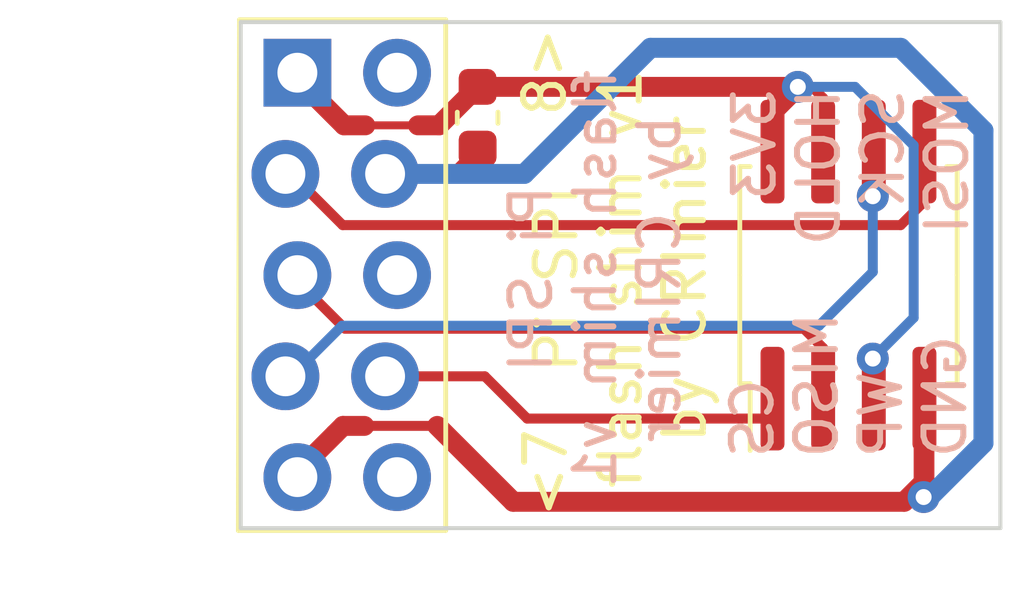
<source format=kicad_pcb>
(kicad_pcb (version 20211014) (generator pcbnew)
  (layers (0 "F.Cu" signal) (31 "B.Cu" signal) (34 "B.Paste" user) (35 "F.Paste" user) (36 "B.SilkS" user "B.Silkscreen") (37 "F.SilkS" user "F.Silkscreen") (38 "B.Mask" user) (39 "F.Mask" user) (44 "Edge.Cuts" user))
  (net 0 "")
  (net 1 "+3.3V")
  (net 2 "GND")
  (net 4 "MOSI")
  (net 5 "MISO")
  (net 7 "SCLK")
  (net 8 "CS")
  (footprint "Package_SO:SOIC-8_5.23x5.23mm_P1.27mm" (layer "F.Cu") (at 167.64 81.28 90)
    (fp_text reference "U1" hide)
    (fp_text value "W25Q32JVSS")
    (fp_line (start -2.725 -2.725) (end -2.725 -2.465) (layer "F.SilkS") (width 0.12))
    (fp_line (start 0 2.725) (end -2.725 2.725) (layer "F.SilkS") (width 0.12))
    (fp_line (start 0 -2.725) (end -2.725 -2.725) (layer "F.SilkS") (width 0.12))
    (fp_line (start 0 -2.725) (end 2.725 -2.725) (layer "F.SilkS") (width 0.12))
    (fp_line (start 0 2.725) (end 2.725 2.725) (layer "F.SilkS") (width 0.12))
    (fp_line (start -2.725 2.725) (end -2.725 2.465) (layer "F.SilkS") (width 0.12))
    (fp_line (start 2.725 -2.725) (end 2.725 -2.465) (layer "F.SilkS") (width 0.12))
    (fp_line (start -2.725 -2.465) (end -4.4 -2.465) (layer "F.SilkS") (width 0.12))
    (fp_line (start 2.725 2.725) (end 2.725 2.465) (layer "F.SilkS") (width 0.12))
    (pad "1" smd roundrect (at -3.1 -1.905 90) (size 2.6 0.6) (layers "F.Cu" "F.Paste" "F.Mask") (net 8 "CS"))
    (pad "2" smd roundrect (at -3.1 -0.635 90) (size 2.6 0.6) (layers "F.Cu" "F.Paste" "F.Mask") (net 5 "MISO"))
    (pad "3" smd roundrect (at -3.1 0.635 90) (size 2.6 0.6) (layers "F.Cu" "F.Paste" "F.Mask") (net 1 "+3.3V"))
    (pad "4" smd roundrect (at -3.1 1.905 90) (size 2.6 0.6) (layers "F.Cu" "F.Paste" "F.Mask") (net 2 "GND"))
    (pad "5" smd roundrect (at 3.1 1.905 90) (size 2.6 0.6) (layers "F.Cu" "F.Paste" "F.Mask") (net 4 "MOSI"))
    (pad "6" smd roundrect (at 3.1 0.635 90) (size 2.6 0.6) (layers "F.Cu" "F.Paste" "F.Mask") (net 7 "SCLK"))
    (pad "7" smd roundrect (at 3.1 -0.635 90) (size 2.6 0.6) (layers "F.Cu" "F.Paste" "F.Mask") (net 1 "+3.3V"))
    (pad "8" smd roundrect (at 3.1 -1.905 90) (size 2.6 0.6) (layers "F.Cu" "F.Paste" "F.Mask") (net 1 "+3.3V"))
  )
  (footprint "Capacitor_SMD:C_0603_1608Metric" (layer "F.Cu") (at 158.34 77.33 -90)
    (fp_text reference "C1" hide)
    (fp_text value "100nF")
    (fp_line (start -0.14058 -0.51) (end 0.14058 -0.51) (layer "F.SilkS") (width 0.12))
    (fp_line (start -0.14058 0.51) (end 0.14058 0.51) (layer "F.SilkS") (width 0.12))
    (pad "1" smd roundrect (at -0.775 0 270) (size 0.9 0.95) (layers "F.Cu" "F.Paste" "F.Mask") (net 1 "+3.3V"))
    (pad "2" smd roundrect (at 0.775 0 270) (size 0.9 0.95) (layers "F.Cu" "F.Paste" "F.Mask") (net 2 "GND"))
  )
  (footprint "Connector_PinHeader_2.54mm:PinHeader_2x05_P2.54mm_Vertical" (layer "F.Cu") (at 153.67 76.2)
    (fp_text reference "J1" hide)
    (fp_text value "Conn_02x05_Odd_Even")
    (fp_line (start 3.87 -1.33) (end 3.87 11.49) (layer "F.SilkS") (width 0.12))
    (fp_line (start -1.3 -1.33) (end 3.87 -1.33) (layer "F.SilkS") (width 0.12))
    (fp_line (start -1.33 11.49) (end 3.87 11.49) (layer "F.SilkS") (width 0.12))
    (fp_line (start -1.3 -1.33) (end -1.33 11.49) (layer "F.SilkS") (width 0.12))
    (pad "1" thru_hole rect (at 0.15 0) (size 1.7 1.7) (drill 1) (layers *.Cu *.Mask) (net 1 "+3.3V"))
    (pad "2" thru_hole oval (at 2.65 0) (size 1.7 1.7) (drill 1) (layers *.Cu *.Mask))
    (pad "3" thru_hole oval (at -0.15 2.54) (size 1.7 1.7) (drill 1) (layers *.Cu *.Mask) (net 4 "MOSI"))
    (pad "4" thru_hole oval (at 2.35 2.54) (size 1.7 1.7) (drill 1) (layers *.Cu *.Mask) (net 2 "GND"))
    (pad "5" thru_hole oval (at 0.15 5.08) (size 1.7 1.7) (drill 1) (layers *.Cu *.Mask) (net 5 "MISO"))
    (pad "6" thru_hole oval (at 2.65 5.08) (size 1.7 1.7) (drill 1) (layers *.Cu *.Mask))
    (pad "7" thru_hole oval (at -0.15 7.62) (size 1.7 1.7) (drill 1) (layers *.Cu *.Mask) (net 7 "SCLK"))
    (pad "8" thru_hole oval (at 2.35 7.62) (size 1.7 1.7) (drill 1) (layers *.Cu *.Mask) (net 8 "CS"))
    (pad "9" thru_hole oval (at 0.15 10.15) (size 1.7 1.7) (drill 1) (layers *.Cu *.Mask) (net 2 "GND"))
    (pad "10" thru_hole oval (at 2.65 10.15) (size 1.7 1.7) (drill 1) (layers *.Cu *.Mask))
  )
  (gr_line (start 171.45 87.63) (end 152.4 87.63) (layer "Edge.Cuts") (width 0.1))
  (gr_line (start 171.45 74.93) (end 171.45 87.63) (layer "Edge.Cuts") (width 0.1))
  (gr_line (start 152.4 74.93) (end 171.45 74.93) (layer "Edge.Cuts") (width 0.1))
  (gr_line (start 152.4 87.63) (end 152.4 74.93) (layer "Edge.Cuts") (width 0.1))
  (gr_text "3V3\nHOLD\nSCK\nMOSI" (at 167.7 76.525 90) (layer "B.SilkS") (effects (font (size 1 1)) (justify left mirror)))
  (gr_text "Pi SPI\nflash shim v1\nby CRImier" (at 161.29 81.375 90) (layer "B.SilkS") (effects (font (size 1 1)) (justify mirror)))
  (gr_text "CS\nMISO\nWP\nGND" (at 167.65 85.95 90) (layer "B.SilkS") (effects (font (size 1 1)) (justify right mirror)))
  (gr_text "<7" (at 160.05 86.25 90) (layer "F.SilkS") (effects (font (size 1 1))))
  (gr_text "8>" (at 160.025 76.175 90) (layer "F.SilkS") (effects (font (size 1 1))))
  (gr_text "Pi SPI\nflash shim v1\nby CRImier" (at 161.925 81.375 90) (layer "F.SilkS") (effects (font (size 1 1))))
  (segment (start 158.34 76.5846) (end 158.34 76.555) (width 0.25) (layer "F.Cu") (net 1))
  (segment (start 158.34 76.555) (end 165.5566 76.555) (width 0.25) (layer "F.Cu") (net 1))
  (segment (start 168.25 83.375) (end 168.25 84.855) (width 0.25) (layer "F.Cu") (net 1))
  (segment (start 165.5566 76.555) (end 165.735 76.7334) (width 0.25) (layer "F.Cu") (net 1))
  (segment (start 167.005 76.835) (end 167.005 77.68) (width 0.25) (layer "F.Cu") (net 1))
  (segment (start 166.725 76.555) (end 167.005 76.835) (width 0.25) (layer "F.Cu") (net 1))
  (segment (start 153.67 76.2) (end 154.9908 77.5208) (width 0.5) (layer "F.Cu") (net 1))
  (segment (start 156.845 77.5208) (end 157.3742 77.5208) (width 0.5) (layer "F.Cu") (net 1))
  (segment (start 165.5566 76.555) (end 166.37 76.555) (width 0.25) (layer "F.Cu") (net 1))
  (segment (start 168.25 84.855) (end 168.275 84.88) (width 0.25) (layer "F.Cu") (net 1))
  (segment (start 165.735 76.7334) (end 165.735 77.68) (width 0.25) (layer "F.Cu") (net 1))
  (segment (start 158.34 76.555) (end 166.37 76.555) (width 0.5) (layer "F.Cu") (net 1))
  (segment (start 155.5242 77.5208) (end 156.845 77.5208) (width 0.2) (layer "F.Cu") (net 1))
  (segment (start 165.735 77.68) (end 165.735 77.19) (width 0.5) (layer "F.Cu") (net 1))
  (segment (start 157.3742 77.5208) (end 158.34 76.555) (width 0.5) (layer "F.Cu") (net 1))
  (segment (start 154.9908 77.5208) (end 155.5242 77.5208) (width 0.5) (layer "F.Cu") (net 1))
  (segment (start 165.735 77.19) (end 166.37 76.555) (width 0.5) (layer "F.Cu") (net 1))
  (segment (start 166.37 76.555) (end 166.725 76.555) (width 0.25) (layer "F.Cu") (net 1))
  (via (at 166.37 76.555) (size 0.8) (drill 0.4) (layers "F.Cu" "B.Cu") (net 1))
  (via (at 168.25 83.375) (size 0.8) (drill 0.4) (layers "F.Cu" "B.Cu") (net 1))
  (segment (start 166.37 76.555) (end 167.805 76.555) (width 0.25) (layer "B.Cu") (net 1))
  (segment (start 169.275 78.025) (end 169.275 82.35) (width 0.25) (layer "B.Cu") (net 1))
  (segment (start 169.275 82.35) (end 168.25 83.375) (width 0.25) (layer "B.Cu") (net 1))
  (segment (start 167.805 76.555) (end 169.275 78.025) (width 0.25) (layer "B.Cu") (net 1))
  (segment (start 169.525 84.9) (end 169.545 84.88) (width 0.5) (layer "F.Cu") (net 2))
  (segment (start 157.705 78.74) (end 158.34 78.105) (width 0.25) (layer "F.Cu") (net 2))
  (segment (start 154.9654 85.0646) (end 155.4988 85.0646) (width 0.5) (layer "F.Cu") (net 2))
  (segment (start 169.545 86.4616) (end 169.545 84.88) (width 0.5) (layer "F.Cu") (net 2))
  (segment (start 154.7622 85.2678) (end 154.9654 85.0646) (width 0.5) (layer "F.Cu") (net 2))
  (segment (start 169.525 86.85) (end 169.525 84.9) (width 0.5) (layer "F.Cu") (net 2))
  (segment (start 155.4988 85.0646) (end 157.3276 85.0646) (width 0.25) (layer "F.Cu") (net 2))
  (segment (start 156.21 78.74) (end 157.705 78.74) (width 0.25) (layer "F.Cu") (net 2))
  (segment (start 153.67 86.36) (end 154.7622 85.2678) (width 0.5) (layer "F.Cu") (net 2))
  (segment (start 169.037 86.9696) (end 169.545 86.4616) (width 0.5) (layer "F.Cu") (net 2))
  (segment (start 157.3276 85.0646) (end 159.2326 86.9696) (width 0.5) (layer "F.Cu") (net 2))
  (segment (start 159.2326 86.9696) (end 169.037 86.9696) (width 0.5) (layer "F.Cu") (net 2))
  (via (at 169.525 86.85) (size 0.8) (drill 0.4) (layers "F.Cu" "B.Cu") (net 2))
  (segment (start 156.21 78.74) (end 159.51 78.74) (width 0.5) (layer "B.Cu") (net 2))
  (segment (start 159.51 78.74) (end 161.9 76.35) (width 0.5) (layer "B.Cu") (net 2))
  (segment (start 161.9 76.35) (end 162.675 75.575) (width 0.5) (layer "B.Cu") (net 2))
  (segment (start 171.025 85.5) (end 169.675 86.85) (width 0.5) (layer "B.Cu") (net 2))
  (segment (start 169.675 86.85) (end 169.525 86.85) (width 0.5) (layer "B.Cu") (net 2))
  (segment (start 171.025 77.65) (end 171.025 85.5) (width 0.5) (layer "B.Cu") (net 2))
  (segment (start 162.675 75.575) (end 168.95 75.575) (width 0.5) (layer "B.Cu") (net 2))
  (segment (start 168.95 75.575) (end 171.025 77.65) (width 0.5) (layer "B.Cu") (net 2))
  (segment (start 153.67 78.74) (end 154.955 80.025) (width 0.25) (layer "F.Cu") (net 4))
  (segment (start 168.95 80.025) (end 169.545 79.43) (width 0.25) (layer "F.Cu") (net 4))
  (segment (start 169.545 79.43) (end 169.545 77.68) (width 0.25) (layer "F.Cu") (net 4))
  (segment (start 154.955 80.025) (end 168.95 80.025) (width 0.25) (layer "F.Cu") (net 4))
  (segment (start 155.0162 82.6262) (end 166.5224 82.6262) (width 0.25) (layer "F.Cu") (net 5))
  (segment (start 167.005 83.1088) (end 167.005 84.88) (width 0.25) (layer "F.Cu") (net 5))
  (segment (start 153.67 81.28) (end 155.0162 82.6262) (width 0.25) (layer "F.Cu") (net 5))
  (segment (start 166.5224 82.6262) (end 167.005 83.1088) (width 0.25) (layer "F.Cu") (net 5))
  (segment (start 168.25 77.705) (end 168.275 77.68) (width 0.25) (layer "F.Cu") (net 7))
  (segment (start 168.25 79.3005) (end 168.25 77.705) (width 0.25) (layer "F.Cu") (net 7))
  (via (at 168.25 79.3005) (size 0.8) (drill 0.4) (layers "F.Cu" "B.Cu") (net 7))
  (segment (start 153.67 83.82) (end 154.94 82.55) (width 0.25) (layer "B.Cu") (net 7))
  (segment (start 168.25 81.2) (end 168.25 79.3005) (width 0.25) (layer "B.Cu") (net 7))
  (segment (start 162.15 82.55) (end 166.9 82.55) (width 0.25) (layer "B.Cu") (net 7))
  (segment (start 166.9 82.55) (end 168.25 81.2) (width 0.25) (layer "B.Cu") (net 7))
  (segment (start 154.94 82.55) (end 162.15 82.55) (width 0.25) (layer "B.Cu") (net 7))
  (segment (start 156.21 83.82) (end 158.5214 83.82) (width 0.25) (layer "F.Cu") (net 8))
  (segment (start 158.5214 83.82) (end 159.5814 84.88) (width 0.25) (layer "F.Cu") (net 8))
  (segment (start 159.5814 84.88) (end 165.735 84.88) (width 0.25) (layer "F.Cu") (net 8))
)
</source>
